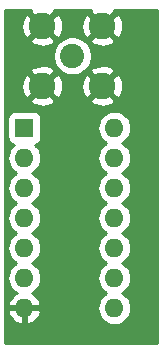
<source format=gbr>
G04 #@! TF.GenerationSoftware,KiCad,Pcbnew,(5.1.4)-1*
G04 #@! TF.CreationDate,2019-08-27T16:30:30-04:00*
G04 #@! TF.ProjectId,clock_buffer,636c6f63-6b5f-4627-9566-6665722e6b69,rev?*
G04 #@! TF.SameCoordinates,Original*
G04 #@! TF.FileFunction,Copper,L2,Bot*
G04 #@! TF.FilePolarity,Positive*
%FSLAX46Y46*%
G04 Gerber Fmt 4.6, Leading zero omitted, Abs format (unit mm)*
G04 Created by KiCad (PCBNEW (5.1.4)-1) date 2019-08-27 16:30:30*
%MOMM*%
%LPD*%
G04 APERTURE LIST*
%ADD10O,1.600000X1.600000*%
%ADD11R,1.600000X1.600000*%
%ADD12C,2.250000*%
%ADD13C,2.050000*%
%ADD14C,0.800000*%
%ADD15C,1.500000*%
%ADD16C,0.254000*%
G04 APERTURE END LIST*
D10*
X153924000Y-95885000D03*
X146304000Y-111125000D03*
X153924000Y-98425000D03*
X146304000Y-108585000D03*
X153924000Y-100965000D03*
X146304000Y-106045000D03*
X153924000Y-103505000D03*
X146304000Y-103505000D03*
X153924000Y-106045000D03*
X146304000Y-100965000D03*
X153924000Y-108585000D03*
X146304000Y-98425000D03*
X153924000Y-111125000D03*
D11*
X146304000Y-95885000D03*
D12*
X147828000Y-92329000D03*
X147828000Y-87249000D03*
X152908000Y-87249000D03*
X152908000Y-92329000D03*
D13*
X150368000Y-89789000D03*
D14*
X156972000Y-113538000D03*
X147800000Y-104800000D03*
X150114000Y-112014000D03*
X155702000Y-109982000D03*
D15*
X153899000Y-111100000D02*
X153924000Y-111125000D01*
D16*
G36*
X146783074Y-86024469D02*
G01*
X147828000Y-87069395D01*
X148872926Y-86024469D01*
X148821151Y-85895000D01*
X151914849Y-85895000D01*
X151863074Y-86024469D01*
X152908000Y-87069395D01*
X153952926Y-86024469D01*
X153901151Y-85895000D01*
X157505000Y-85895000D01*
X157505001Y-104365856D01*
X157505000Y-104365866D01*
X157505001Y-114105000D01*
X144695000Y-114105000D01*
X144695000Y-111474039D01*
X144912096Y-111474039D01*
X144952754Y-111608087D01*
X145072963Y-111862420D01*
X145240481Y-112088414D01*
X145448869Y-112277385D01*
X145690119Y-112422070D01*
X145954960Y-112516909D01*
X146177000Y-112395624D01*
X146177000Y-111252000D01*
X146431000Y-111252000D01*
X146431000Y-112395624D01*
X146653040Y-112516909D01*
X146917881Y-112422070D01*
X147159131Y-112277385D01*
X147367519Y-112088414D01*
X147535037Y-111862420D01*
X147655246Y-111608087D01*
X147695904Y-111474039D01*
X147573915Y-111252000D01*
X146431000Y-111252000D01*
X146177000Y-111252000D01*
X145034085Y-111252000D01*
X144912096Y-111474039D01*
X144695000Y-111474039D01*
X144695000Y-98425000D01*
X144862057Y-98425000D01*
X144889764Y-98706309D01*
X144971818Y-98976808D01*
X145105068Y-99226101D01*
X145284392Y-99444608D01*
X145502899Y-99623932D01*
X145635858Y-99695000D01*
X145502899Y-99766068D01*
X145284392Y-99945392D01*
X145105068Y-100163899D01*
X144971818Y-100413192D01*
X144889764Y-100683691D01*
X144862057Y-100965000D01*
X144889764Y-101246309D01*
X144971818Y-101516808D01*
X145105068Y-101766101D01*
X145284392Y-101984608D01*
X145502899Y-102163932D01*
X145635858Y-102235000D01*
X145502899Y-102306068D01*
X145284392Y-102485392D01*
X145105068Y-102703899D01*
X144971818Y-102953192D01*
X144889764Y-103223691D01*
X144862057Y-103505000D01*
X144889764Y-103786309D01*
X144971818Y-104056808D01*
X145105068Y-104306101D01*
X145284392Y-104524608D01*
X145502899Y-104703932D01*
X145635858Y-104775000D01*
X145502899Y-104846068D01*
X145284392Y-105025392D01*
X145105068Y-105243899D01*
X144971818Y-105493192D01*
X144889764Y-105763691D01*
X144862057Y-106045000D01*
X144889764Y-106326309D01*
X144971818Y-106596808D01*
X145105068Y-106846101D01*
X145284392Y-107064608D01*
X145502899Y-107243932D01*
X145635858Y-107315000D01*
X145502899Y-107386068D01*
X145284392Y-107565392D01*
X145105068Y-107783899D01*
X144971818Y-108033192D01*
X144889764Y-108303691D01*
X144862057Y-108585000D01*
X144889764Y-108866309D01*
X144971818Y-109136808D01*
X145105068Y-109386101D01*
X145284392Y-109604608D01*
X145502899Y-109783932D01*
X145640682Y-109857579D01*
X145448869Y-109972615D01*
X145240481Y-110161586D01*
X145072963Y-110387580D01*
X144952754Y-110641913D01*
X144912096Y-110775961D01*
X145034085Y-110998000D01*
X146177000Y-110998000D01*
X146177000Y-110978000D01*
X146431000Y-110978000D01*
X146431000Y-110998000D01*
X147573915Y-110998000D01*
X147695904Y-110775961D01*
X147655246Y-110641913D01*
X147535037Y-110387580D01*
X147367519Y-110161586D01*
X147159131Y-109972615D01*
X146967318Y-109857579D01*
X147105101Y-109783932D01*
X147323608Y-109604608D01*
X147502932Y-109386101D01*
X147636182Y-109136808D01*
X147718236Y-108866309D01*
X147745943Y-108585000D01*
X147718236Y-108303691D01*
X147636182Y-108033192D01*
X147502932Y-107783899D01*
X147323608Y-107565392D01*
X147105101Y-107386068D01*
X146972142Y-107315000D01*
X147105101Y-107243932D01*
X147323608Y-107064608D01*
X147502932Y-106846101D01*
X147636182Y-106596808D01*
X147718236Y-106326309D01*
X147745943Y-106045000D01*
X147718236Y-105763691D01*
X147636182Y-105493192D01*
X147502932Y-105243899D01*
X147323608Y-105025392D01*
X147105101Y-104846068D01*
X146972142Y-104775000D01*
X147105101Y-104703932D01*
X147323608Y-104524608D01*
X147502932Y-104306101D01*
X147636182Y-104056808D01*
X147718236Y-103786309D01*
X147745943Y-103505000D01*
X147718236Y-103223691D01*
X147636182Y-102953192D01*
X147502932Y-102703899D01*
X147323608Y-102485392D01*
X147105101Y-102306068D01*
X146972142Y-102235000D01*
X147105101Y-102163932D01*
X147323608Y-101984608D01*
X147502932Y-101766101D01*
X147636182Y-101516808D01*
X147718236Y-101246309D01*
X147745943Y-100965000D01*
X147718236Y-100683691D01*
X147636182Y-100413192D01*
X147502932Y-100163899D01*
X147323608Y-99945392D01*
X147105101Y-99766068D01*
X146972142Y-99695000D01*
X147105101Y-99623932D01*
X147323608Y-99444608D01*
X147502932Y-99226101D01*
X147636182Y-98976808D01*
X147718236Y-98706309D01*
X147745943Y-98425000D01*
X147718236Y-98143691D01*
X147636182Y-97873192D01*
X147502932Y-97623899D01*
X147323608Y-97405392D01*
X147210518Y-97312581D01*
X147228482Y-97310812D01*
X147348180Y-97274502D01*
X147458494Y-97215537D01*
X147555185Y-97136185D01*
X147634537Y-97039494D01*
X147693502Y-96929180D01*
X147729812Y-96809482D01*
X147742072Y-96685000D01*
X147742072Y-95885000D01*
X152482057Y-95885000D01*
X152509764Y-96166309D01*
X152591818Y-96436808D01*
X152725068Y-96686101D01*
X152904392Y-96904608D01*
X153122899Y-97083932D01*
X153255858Y-97155000D01*
X153122899Y-97226068D01*
X152904392Y-97405392D01*
X152725068Y-97623899D01*
X152591818Y-97873192D01*
X152509764Y-98143691D01*
X152482057Y-98425000D01*
X152509764Y-98706309D01*
X152591818Y-98976808D01*
X152725068Y-99226101D01*
X152904392Y-99444608D01*
X153122899Y-99623932D01*
X153255858Y-99695000D01*
X153122899Y-99766068D01*
X152904392Y-99945392D01*
X152725068Y-100163899D01*
X152591818Y-100413192D01*
X152509764Y-100683691D01*
X152482057Y-100965000D01*
X152509764Y-101246309D01*
X152591818Y-101516808D01*
X152725068Y-101766101D01*
X152904392Y-101984608D01*
X153122899Y-102163932D01*
X153255858Y-102235000D01*
X153122899Y-102306068D01*
X152904392Y-102485392D01*
X152725068Y-102703899D01*
X152591818Y-102953192D01*
X152509764Y-103223691D01*
X152482057Y-103505000D01*
X152509764Y-103786309D01*
X152591818Y-104056808D01*
X152725068Y-104306101D01*
X152904392Y-104524608D01*
X153122899Y-104703932D01*
X153255858Y-104775000D01*
X153122899Y-104846068D01*
X152904392Y-105025392D01*
X152725068Y-105243899D01*
X152591818Y-105493192D01*
X152509764Y-105763691D01*
X152482057Y-106045000D01*
X152509764Y-106326309D01*
X152591818Y-106596808D01*
X152725068Y-106846101D01*
X152904392Y-107064608D01*
X153122899Y-107243932D01*
X153255858Y-107315000D01*
X153122899Y-107386068D01*
X152904392Y-107565392D01*
X152725068Y-107783899D01*
X152591818Y-108033192D01*
X152509764Y-108303691D01*
X152482057Y-108585000D01*
X152509764Y-108866309D01*
X152591818Y-109136808D01*
X152725068Y-109386101D01*
X152904392Y-109604608D01*
X153122899Y-109783932D01*
X153255858Y-109855000D01*
X153122899Y-109926068D01*
X152904392Y-110105392D01*
X152725068Y-110323899D01*
X152591818Y-110573192D01*
X152509764Y-110843691D01*
X152482057Y-111125000D01*
X152509764Y-111406309D01*
X152591818Y-111676808D01*
X152725068Y-111926101D01*
X152904392Y-112144608D01*
X153122899Y-112323932D01*
X153372192Y-112457182D01*
X153642691Y-112539236D01*
X153853508Y-112560000D01*
X153994492Y-112560000D01*
X154205309Y-112539236D01*
X154475808Y-112457182D01*
X154725101Y-112323932D01*
X154943608Y-112144608D01*
X155122932Y-111926101D01*
X155256182Y-111676808D01*
X155338236Y-111406309D01*
X155365943Y-111125000D01*
X155338236Y-110843691D01*
X155256182Y-110573192D01*
X155122932Y-110323899D01*
X154943608Y-110105392D01*
X154725101Y-109926068D01*
X154592142Y-109855000D01*
X154725101Y-109783932D01*
X154943608Y-109604608D01*
X155122932Y-109386101D01*
X155256182Y-109136808D01*
X155338236Y-108866309D01*
X155365943Y-108585000D01*
X155338236Y-108303691D01*
X155256182Y-108033192D01*
X155122932Y-107783899D01*
X154943608Y-107565392D01*
X154725101Y-107386068D01*
X154592142Y-107315000D01*
X154725101Y-107243932D01*
X154943608Y-107064608D01*
X155122932Y-106846101D01*
X155256182Y-106596808D01*
X155338236Y-106326309D01*
X155365943Y-106045000D01*
X155338236Y-105763691D01*
X155256182Y-105493192D01*
X155122932Y-105243899D01*
X154943608Y-105025392D01*
X154725101Y-104846068D01*
X154592142Y-104775000D01*
X154725101Y-104703932D01*
X154943608Y-104524608D01*
X155122932Y-104306101D01*
X155256182Y-104056808D01*
X155338236Y-103786309D01*
X155365943Y-103505000D01*
X155338236Y-103223691D01*
X155256182Y-102953192D01*
X155122932Y-102703899D01*
X154943608Y-102485392D01*
X154725101Y-102306068D01*
X154592142Y-102235000D01*
X154725101Y-102163932D01*
X154943608Y-101984608D01*
X155122932Y-101766101D01*
X155256182Y-101516808D01*
X155338236Y-101246309D01*
X155365943Y-100965000D01*
X155338236Y-100683691D01*
X155256182Y-100413192D01*
X155122932Y-100163899D01*
X154943608Y-99945392D01*
X154725101Y-99766068D01*
X154592142Y-99695000D01*
X154725101Y-99623932D01*
X154943608Y-99444608D01*
X155122932Y-99226101D01*
X155256182Y-98976808D01*
X155338236Y-98706309D01*
X155365943Y-98425000D01*
X155338236Y-98143691D01*
X155256182Y-97873192D01*
X155122932Y-97623899D01*
X154943608Y-97405392D01*
X154725101Y-97226068D01*
X154592142Y-97155000D01*
X154725101Y-97083932D01*
X154943608Y-96904608D01*
X155122932Y-96686101D01*
X155256182Y-96436808D01*
X155338236Y-96166309D01*
X155365943Y-95885000D01*
X155338236Y-95603691D01*
X155256182Y-95333192D01*
X155122932Y-95083899D01*
X154943608Y-94865392D01*
X154725101Y-94686068D01*
X154475808Y-94552818D01*
X154205309Y-94470764D01*
X153994492Y-94450000D01*
X153853508Y-94450000D01*
X153642691Y-94470764D01*
X153372192Y-94552818D01*
X153122899Y-94686068D01*
X152904392Y-94865392D01*
X152725068Y-95083899D01*
X152591818Y-95333192D01*
X152509764Y-95603691D01*
X152482057Y-95885000D01*
X147742072Y-95885000D01*
X147742072Y-95085000D01*
X147729812Y-94960518D01*
X147693502Y-94840820D01*
X147634537Y-94730506D01*
X147555185Y-94633815D01*
X147458494Y-94554463D01*
X147348180Y-94495498D01*
X147228482Y-94459188D01*
X147104000Y-94446928D01*
X145504000Y-94446928D01*
X145379518Y-94459188D01*
X145259820Y-94495498D01*
X145149506Y-94554463D01*
X145052815Y-94633815D01*
X144973463Y-94730506D01*
X144914498Y-94840820D01*
X144878188Y-94960518D01*
X144865928Y-95085000D01*
X144865928Y-96685000D01*
X144878188Y-96809482D01*
X144914498Y-96929180D01*
X144973463Y-97039494D01*
X145052815Y-97136185D01*
X145149506Y-97215537D01*
X145259820Y-97274502D01*
X145379518Y-97310812D01*
X145397482Y-97312581D01*
X145284392Y-97405392D01*
X145105068Y-97623899D01*
X144971818Y-97873192D01*
X144889764Y-98143691D01*
X144862057Y-98425000D01*
X144695000Y-98425000D01*
X144695000Y-93553531D01*
X146783074Y-93553531D01*
X146893921Y-93830714D01*
X147204840Y-93984089D01*
X147539705Y-94073860D01*
X147885650Y-94096576D01*
X148229380Y-94051366D01*
X148557685Y-93939966D01*
X148762079Y-93830714D01*
X148872926Y-93553531D01*
X151863074Y-93553531D01*
X151973921Y-93830714D01*
X152284840Y-93984089D01*
X152619705Y-94073860D01*
X152965650Y-94096576D01*
X153309380Y-94051366D01*
X153637685Y-93939966D01*
X153842079Y-93830714D01*
X153952926Y-93553531D01*
X152908000Y-92508605D01*
X151863074Y-93553531D01*
X148872926Y-93553531D01*
X147828000Y-92508605D01*
X146783074Y-93553531D01*
X144695000Y-93553531D01*
X144695000Y-92386650D01*
X146060424Y-92386650D01*
X146105634Y-92730380D01*
X146217034Y-93058685D01*
X146326286Y-93263079D01*
X146603469Y-93373926D01*
X147648395Y-92329000D01*
X148007605Y-92329000D01*
X149052531Y-93373926D01*
X149329714Y-93263079D01*
X149483089Y-92952160D01*
X149572860Y-92617295D01*
X149588004Y-92386650D01*
X151140424Y-92386650D01*
X151185634Y-92730380D01*
X151297034Y-93058685D01*
X151406286Y-93263079D01*
X151683469Y-93373926D01*
X152728395Y-92329000D01*
X153087605Y-92329000D01*
X154132531Y-93373926D01*
X154409714Y-93263079D01*
X154563089Y-92952160D01*
X154652860Y-92617295D01*
X154675576Y-92271350D01*
X154630366Y-91927620D01*
X154518966Y-91599315D01*
X154409714Y-91394921D01*
X154132531Y-91284074D01*
X153087605Y-92329000D01*
X152728395Y-92329000D01*
X151683469Y-91284074D01*
X151406286Y-91394921D01*
X151252911Y-91705840D01*
X151163140Y-92040705D01*
X151140424Y-92386650D01*
X149588004Y-92386650D01*
X149595576Y-92271350D01*
X149550366Y-91927620D01*
X149438966Y-91599315D01*
X149329714Y-91394921D01*
X149052531Y-91284074D01*
X148007605Y-92329000D01*
X147648395Y-92329000D01*
X146603469Y-91284074D01*
X146326286Y-91394921D01*
X146172911Y-91705840D01*
X146083140Y-92040705D01*
X146060424Y-92386650D01*
X144695000Y-92386650D01*
X144695000Y-91104469D01*
X146783074Y-91104469D01*
X147828000Y-92149395D01*
X148872926Y-91104469D01*
X148762079Y-90827286D01*
X148451160Y-90673911D01*
X148116295Y-90584140D01*
X147770350Y-90561424D01*
X147426620Y-90606634D01*
X147098315Y-90718034D01*
X146893921Y-90827286D01*
X146783074Y-91104469D01*
X144695000Y-91104469D01*
X144695000Y-89625504D01*
X148708000Y-89625504D01*
X148708000Y-89952496D01*
X148771793Y-90273204D01*
X148896927Y-90575305D01*
X149078594Y-90847188D01*
X149309812Y-91078406D01*
X149581695Y-91260073D01*
X149883796Y-91385207D01*
X150204504Y-91449000D01*
X150531496Y-91449000D01*
X150852204Y-91385207D01*
X151154305Y-91260073D01*
X151387182Y-91104469D01*
X151863074Y-91104469D01*
X152908000Y-92149395D01*
X153952926Y-91104469D01*
X153842079Y-90827286D01*
X153531160Y-90673911D01*
X153196295Y-90584140D01*
X152850350Y-90561424D01*
X152506620Y-90606634D01*
X152178315Y-90718034D01*
X151973921Y-90827286D01*
X151863074Y-91104469D01*
X151387182Y-91104469D01*
X151426188Y-91078406D01*
X151657406Y-90847188D01*
X151839073Y-90575305D01*
X151964207Y-90273204D01*
X152028000Y-89952496D01*
X152028000Y-89625504D01*
X151964207Y-89304796D01*
X151839073Y-89002695D01*
X151657406Y-88730812D01*
X151426188Y-88499594D01*
X151387183Y-88473531D01*
X151863074Y-88473531D01*
X151973921Y-88750714D01*
X152284840Y-88904089D01*
X152619705Y-88993860D01*
X152965650Y-89016576D01*
X153309380Y-88971366D01*
X153637685Y-88859966D01*
X153842079Y-88750714D01*
X153952926Y-88473531D01*
X152908000Y-87428605D01*
X151863074Y-88473531D01*
X151387183Y-88473531D01*
X151154305Y-88317927D01*
X150852204Y-88192793D01*
X150531496Y-88129000D01*
X150204504Y-88129000D01*
X149883796Y-88192793D01*
X149581695Y-88317927D01*
X149309812Y-88499594D01*
X149078594Y-88730812D01*
X148896927Y-89002695D01*
X148771793Y-89304796D01*
X148708000Y-89625504D01*
X144695000Y-89625504D01*
X144695000Y-88473531D01*
X146783074Y-88473531D01*
X146893921Y-88750714D01*
X147204840Y-88904089D01*
X147539705Y-88993860D01*
X147885650Y-89016576D01*
X148229380Y-88971366D01*
X148557685Y-88859966D01*
X148762079Y-88750714D01*
X148872926Y-88473531D01*
X147828000Y-87428605D01*
X146783074Y-88473531D01*
X144695000Y-88473531D01*
X144695000Y-87306650D01*
X146060424Y-87306650D01*
X146105634Y-87650380D01*
X146217034Y-87978685D01*
X146326286Y-88183079D01*
X146603469Y-88293926D01*
X147648395Y-87249000D01*
X148007605Y-87249000D01*
X149052531Y-88293926D01*
X149329714Y-88183079D01*
X149483089Y-87872160D01*
X149572860Y-87537295D01*
X149588004Y-87306650D01*
X151140424Y-87306650D01*
X151185634Y-87650380D01*
X151297034Y-87978685D01*
X151406286Y-88183079D01*
X151683469Y-88293926D01*
X152728395Y-87249000D01*
X153087605Y-87249000D01*
X154132531Y-88293926D01*
X154409714Y-88183079D01*
X154563089Y-87872160D01*
X154652860Y-87537295D01*
X154675576Y-87191350D01*
X154630366Y-86847620D01*
X154518966Y-86519315D01*
X154409714Y-86314921D01*
X154132531Y-86204074D01*
X153087605Y-87249000D01*
X152728395Y-87249000D01*
X151683469Y-86204074D01*
X151406286Y-86314921D01*
X151252911Y-86625840D01*
X151163140Y-86960705D01*
X151140424Y-87306650D01*
X149588004Y-87306650D01*
X149595576Y-87191350D01*
X149550366Y-86847620D01*
X149438966Y-86519315D01*
X149329714Y-86314921D01*
X149052531Y-86204074D01*
X148007605Y-87249000D01*
X147648395Y-87249000D01*
X146603469Y-86204074D01*
X146326286Y-86314921D01*
X146172911Y-86625840D01*
X146083140Y-86960705D01*
X146060424Y-87306650D01*
X144695000Y-87306650D01*
X144695000Y-85895000D01*
X146834849Y-85895000D01*
X146783074Y-86024469D01*
X146783074Y-86024469D01*
G37*
X146783074Y-86024469D02*
X147828000Y-87069395D01*
X148872926Y-86024469D01*
X148821151Y-85895000D01*
X151914849Y-85895000D01*
X151863074Y-86024469D01*
X152908000Y-87069395D01*
X153952926Y-86024469D01*
X153901151Y-85895000D01*
X157505000Y-85895000D01*
X157505001Y-104365856D01*
X157505000Y-104365866D01*
X157505001Y-114105000D01*
X144695000Y-114105000D01*
X144695000Y-111474039D01*
X144912096Y-111474039D01*
X144952754Y-111608087D01*
X145072963Y-111862420D01*
X145240481Y-112088414D01*
X145448869Y-112277385D01*
X145690119Y-112422070D01*
X145954960Y-112516909D01*
X146177000Y-112395624D01*
X146177000Y-111252000D01*
X146431000Y-111252000D01*
X146431000Y-112395624D01*
X146653040Y-112516909D01*
X146917881Y-112422070D01*
X147159131Y-112277385D01*
X147367519Y-112088414D01*
X147535037Y-111862420D01*
X147655246Y-111608087D01*
X147695904Y-111474039D01*
X147573915Y-111252000D01*
X146431000Y-111252000D01*
X146177000Y-111252000D01*
X145034085Y-111252000D01*
X144912096Y-111474039D01*
X144695000Y-111474039D01*
X144695000Y-98425000D01*
X144862057Y-98425000D01*
X144889764Y-98706309D01*
X144971818Y-98976808D01*
X145105068Y-99226101D01*
X145284392Y-99444608D01*
X145502899Y-99623932D01*
X145635858Y-99695000D01*
X145502899Y-99766068D01*
X145284392Y-99945392D01*
X145105068Y-100163899D01*
X144971818Y-100413192D01*
X144889764Y-100683691D01*
X144862057Y-100965000D01*
X144889764Y-101246309D01*
X144971818Y-101516808D01*
X145105068Y-101766101D01*
X145284392Y-101984608D01*
X145502899Y-102163932D01*
X145635858Y-102235000D01*
X145502899Y-102306068D01*
X145284392Y-102485392D01*
X145105068Y-102703899D01*
X144971818Y-102953192D01*
X144889764Y-103223691D01*
X144862057Y-103505000D01*
X144889764Y-103786309D01*
X144971818Y-104056808D01*
X145105068Y-104306101D01*
X145284392Y-104524608D01*
X145502899Y-104703932D01*
X145635858Y-104775000D01*
X145502899Y-104846068D01*
X145284392Y-105025392D01*
X145105068Y-105243899D01*
X144971818Y-105493192D01*
X144889764Y-105763691D01*
X144862057Y-106045000D01*
X144889764Y-106326309D01*
X144971818Y-106596808D01*
X145105068Y-106846101D01*
X145284392Y-107064608D01*
X145502899Y-107243932D01*
X145635858Y-107315000D01*
X145502899Y-107386068D01*
X145284392Y-107565392D01*
X145105068Y-107783899D01*
X144971818Y-108033192D01*
X144889764Y-108303691D01*
X144862057Y-108585000D01*
X144889764Y-108866309D01*
X144971818Y-109136808D01*
X145105068Y-109386101D01*
X145284392Y-109604608D01*
X145502899Y-109783932D01*
X145640682Y-109857579D01*
X145448869Y-109972615D01*
X145240481Y-110161586D01*
X145072963Y-110387580D01*
X144952754Y-110641913D01*
X144912096Y-110775961D01*
X145034085Y-110998000D01*
X146177000Y-110998000D01*
X146177000Y-110978000D01*
X146431000Y-110978000D01*
X146431000Y-110998000D01*
X147573915Y-110998000D01*
X147695904Y-110775961D01*
X147655246Y-110641913D01*
X147535037Y-110387580D01*
X147367519Y-110161586D01*
X147159131Y-109972615D01*
X146967318Y-109857579D01*
X147105101Y-109783932D01*
X147323608Y-109604608D01*
X147502932Y-109386101D01*
X147636182Y-109136808D01*
X147718236Y-108866309D01*
X147745943Y-108585000D01*
X147718236Y-108303691D01*
X147636182Y-108033192D01*
X147502932Y-107783899D01*
X147323608Y-107565392D01*
X147105101Y-107386068D01*
X146972142Y-107315000D01*
X147105101Y-107243932D01*
X147323608Y-107064608D01*
X147502932Y-106846101D01*
X147636182Y-106596808D01*
X147718236Y-106326309D01*
X147745943Y-106045000D01*
X147718236Y-105763691D01*
X147636182Y-105493192D01*
X147502932Y-105243899D01*
X147323608Y-105025392D01*
X147105101Y-104846068D01*
X146972142Y-104775000D01*
X147105101Y-104703932D01*
X147323608Y-104524608D01*
X147502932Y-104306101D01*
X147636182Y-104056808D01*
X147718236Y-103786309D01*
X147745943Y-103505000D01*
X147718236Y-103223691D01*
X147636182Y-102953192D01*
X147502932Y-102703899D01*
X147323608Y-102485392D01*
X147105101Y-102306068D01*
X146972142Y-102235000D01*
X147105101Y-102163932D01*
X147323608Y-101984608D01*
X147502932Y-101766101D01*
X147636182Y-101516808D01*
X147718236Y-101246309D01*
X147745943Y-100965000D01*
X147718236Y-100683691D01*
X147636182Y-100413192D01*
X147502932Y-100163899D01*
X147323608Y-99945392D01*
X147105101Y-99766068D01*
X146972142Y-99695000D01*
X147105101Y-99623932D01*
X147323608Y-99444608D01*
X147502932Y-99226101D01*
X147636182Y-98976808D01*
X147718236Y-98706309D01*
X147745943Y-98425000D01*
X147718236Y-98143691D01*
X147636182Y-97873192D01*
X147502932Y-97623899D01*
X147323608Y-97405392D01*
X147210518Y-97312581D01*
X147228482Y-97310812D01*
X147348180Y-97274502D01*
X147458494Y-97215537D01*
X147555185Y-97136185D01*
X147634537Y-97039494D01*
X147693502Y-96929180D01*
X147729812Y-96809482D01*
X147742072Y-96685000D01*
X147742072Y-95885000D01*
X152482057Y-95885000D01*
X152509764Y-96166309D01*
X152591818Y-96436808D01*
X152725068Y-96686101D01*
X152904392Y-96904608D01*
X153122899Y-97083932D01*
X153255858Y-97155000D01*
X153122899Y-97226068D01*
X152904392Y-97405392D01*
X152725068Y-97623899D01*
X152591818Y-97873192D01*
X152509764Y-98143691D01*
X152482057Y-98425000D01*
X152509764Y-98706309D01*
X152591818Y-98976808D01*
X152725068Y-99226101D01*
X152904392Y-99444608D01*
X153122899Y-99623932D01*
X153255858Y-99695000D01*
X153122899Y-99766068D01*
X152904392Y-99945392D01*
X152725068Y-100163899D01*
X152591818Y-100413192D01*
X152509764Y-100683691D01*
X152482057Y-100965000D01*
X152509764Y-101246309D01*
X152591818Y-101516808D01*
X152725068Y-101766101D01*
X152904392Y-101984608D01*
X153122899Y-102163932D01*
X153255858Y-102235000D01*
X153122899Y-102306068D01*
X152904392Y-102485392D01*
X152725068Y-102703899D01*
X152591818Y-102953192D01*
X152509764Y-103223691D01*
X152482057Y-103505000D01*
X152509764Y-103786309D01*
X152591818Y-104056808D01*
X152725068Y-104306101D01*
X152904392Y-104524608D01*
X153122899Y-104703932D01*
X153255858Y-104775000D01*
X153122899Y-104846068D01*
X152904392Y-105025392D01*
X152725068Y-105243899D01*
X152591818Y-105493192D01*
X152509764Y-105763691D01*
X152482057Y-106045000D01*
X152509764Y-106326309D01*
X152591818Y-106596808D01*
X152725068Y-106846101D01*
X152904392Y-107064608D01*
X153122899Y-107243932D01*
X153255858Y-107315000D01*
X153122899Y-107386068D01*
X152904392Y-107565392D01*
X152725068Y-107783899D01*
X152591818Y-108033192D01*
X152509764Y-108303691D01*
X152482057Y-108585000D01*
X152509764Y-108866309D01*
X152591818Y-109136808D01*
X152725068Y-109386101D01*
X152904392Y-109604608D01*
X153122899Y-109783932D01*
X153255858Y-109855000D01*
X153122899Y-109926068D01*
X152904392Y-110105392D01*
X152725068Y-110323899D01*
X152591818Y-110573192D01*
X152509764Y-110843691D01*
X152482057Y-111125000D01*
X152509764Y-111406309D01*
X152591818Y-111676808D01*
X152725068Y-111926101D01*
X152904392Y-112144608D01*
X153122899Y-112323932D01*
X153372192Y-112457182D01*
X153642691Y-112539236D01*
X153853508Y-112560000D01*
X153994492Y-112560000D01*
X154205309Y-112539236D01*
X154475808Y-112457182D01*
X154725101Y-112323932D01*
X154943608Y-112144608D01*
X155122932Y-111926101D01*
X155256182Y-111676808D01*
X155338236Y-111406309D01*
X155365943Y-111125000D01*
X155338236Y-110843691D01*
X155256182Y-110573192D01*
X155122932Y-110323899D01*
X154943608Y-110105392D01*
X154725101Y-109926068D01*
X154592142Y-109855000D01*
X154725101Y-109783932D01*
X154943608Y-109604608D01*
X155122932Y-109386101D01*
X155256182Y-109136808D01*
X155338236Y-108866309D01*
X155365943Y-108585000D01*
X155338236Y-108303691D01*
X155256182Y-108033192D01*
X155122932Y-107783899D01*
X154943608Y-107565392D01*
X154725101Y-107386068D01*
X154592142Y-107315000D01*
X154725101Y-107243932D01*
X154943608Y-107064608D01*
X155122932Y-106846101D01*
X155256182Y-106596808D01*
X155338236Y-106326309D01*
X155365943Y-106045000D01*
X155338236Y-105763691D01*
X155256182Y-105493192D01*
X155122932Y-105243899D01*
X154943608Y-105025392D01*
X154725101Y-104846068D01*
X154592142Y-104775000D01*
X154725101Y-104703932D01*
X154943608Y-104524608D01*
X155122932Y-104306101D01*
X155256182Y-104056808D01*
X155338236Y-103786309D01*
X155365943Y-103505000D01*
X155338236Y-103223691D01*
X155256182Y-102953192D01*
X155122932Y-102703899D01*
X154943608Y-102485392D01*
X154725101Y-102306068D01*
X154592142Y-102235000D01*
X154725101Y-102163932D01*
X154943608Y-101984608D01*
X155122932Y-101766101D01*
X155256182Y-101516808D01*
X155338236Y-101246309D01*
X155365943Y-100965000D01*
X155338236Y-100683691D01*
X155256182Y-100413192D01*
X155122932Y-100163899D01*
X154943608Y-99945392D01*
X154725101Y-99766068D01*
X154592142Y-99695000D01*
X154725101Y-99623932D01*
X154943608Y-99444608D01*
X155122932Y-99226101D01*
X155256182Y-98976808D01*
X155338236Y-98706309D01*
X155365943Y-98425000D01*
X155338236Y-98143691D01*
X155256182Y-97873192D01*
X155122932Y-97623899D01*
X154943608Y-97405392D01*
X154725101Y-97226068D01*
X154592142Y-97155000D01*
X154725101Y-97083932D01*
X154943608Y-96904608D01*
X155122932Y-96686101D01*
X155256182Y-96436808D01*
X155338236Y-96166309D01*
X155365943Y-95885000D01*
X155338236Y-95603691D01*
X155256182Y-95333192D01*
X155122932Y-95083899D01*
X154943608Y-94865392D01*
X154725101Y-94686068D01*
X154475808Y-94552818D01*
X154205309Y-94470764D01*
X153994492Y-94450000D01*
X153853508Y-94450000D01*
X153642691Y-94470764D01*
X153372192Y-94552818D01*
X153122899Y-94686068D01*
X152904392Y-94865392D01*
X152725068Y-95083899D01*
X152591818Y-95333192D01*
X152509764Y-95603691D01*
X152482057Y-95885000D01*
X147742072Y-95885000D01*
X147742072Y-95085000D01*
X147729812Y-94960518D01*
X147693502Y-94840820D01*
X147634537Y-94730506D01*
X147555185Y-94633815D01*
X147458494Y-94554463D01*
X147348180Y-94495498D01*
X147228482Y-94459188D01*
X147104000Y-94446928D01*
X145504000Y-94446928D01*
X145379518Y-94459188D01*
X145259820Y-94495498D01*
X145149506Y-94554463D01*
X145052815Y-94633815D01*
X144973463Y-94730506D01*
X144914498Y-94840820D01*
X144878188Y-94960518D01*
X144865928Y-95085000D01*
X144865928Y-96685000D01*
X144878188Y-96809482D01*
X144914498Y-96929180D01*
X144973463Y-97039494D01*
X145052815Y-97136185D01*
X145149506Y-97215537D01*
X145259820Y-97274502D01*
X145379518Y-97310812D01*
X145397482Y-97312581D01*
X145284392Y-97405392D01*
X145105068Y-97623899D01*
X144971818Y-97873192D01*
X144889764Y-98143691D01*
X144862057Y-98425000D01*
X144695000Y-98425000D01*
X144695000Y-93553531D01*
X146783074Y-93553531D01*
X146893921Y-93830714D01*
X147204840Y-93984089D01*
X147539705Y-94073860D01*
X147885650Y-94096576D01*
X148229380Y-94051366D01*
X148557685Y-93939966D01*
X148762079Y-93830714D01*
X148872926Y-93553531D01*
X151863074Y-93553531D01*
X151973921Y-93830714D01*
X152284840Y-93984089D01*
X152619705Y-94073860D01*
X152965650Y-94096576D01*
X153309380Y-94051366D01*
X153637685Y-93939966D01*
X153842079Y-93830714D01*
X153952926Y-93553531D01*
X152908000Y-92508605D01*
X151863074Y-93553531D01*
X148872926Y-93553531D01*
X147828000Y-92508605D01*
X146783074Y-93553531D01*
X144695000Y-93553531D01*
X144695000Y-92386650D01*
X146060424Y-92386650D01*
X146105634Y-92730380D01*
X146217034Y-93058685D01*
X146326286Y-93263079D01*
X146603469Y-93373926D01*
X147648395Y-92329000D01*
X148007605Y-92329000D01*
X149052531Y-93373926D01*
X149329714Y-93263079D01*
X149483089Y-92952160D01*
X149572860Y-92617295D01*
X149588004Y-92386650D01*
X151140424Y-92386650D01*
X151185634Y-92730380D01*
X151297034Y-93058685D01*
X151406286Y-93263079D01*
X151683469Y-93373926D01*
X152728395Y-92329000D01*
X153087605Y-92329000D01*
X154132531Y-93373926D01*
X154409714Y-93263079D01*
X154563089Y-92952160D01*
X154652860Y-92617295D01*
X154675576Y-92271350D01*
X154630366Y-91927620D01*
X154518966Y-91599315D01*
X154409714Y-91394921D01*
X154132531Y-91284074D01*
X153087605Y-92329000D01*
X152728395Y-92329000D01*
X151683469Y-91284074D01*
X151406286Y-91394921D01*
X151252911Y-91705840D01*
X151163140Y-92040705D01*
X151140424Y-92386650D01*
X149588004Y-92386650D01*
X149595576Y-92271350D01*
X149550366Y-91927620D01*
X149438966Y-91599315D01*
X149329714Y-91394921D01*
X149052531Y-91284074D01*
X148007605Y-92329000D01*
X147648395Y-92329000D01*
X146603469Y-91284074D01*
X146326286Y-91394921D01*
X146172911Y-91705840D01*
X146083140Y-92040705D01*
X146060424Y-92386650D01*
X144695000Y-92386650D01*
X144695000Y-91104469D01*
X146783074Y-91104469D01*
X147828000Y-92149395D01*
X148872926Y-91104469D01*
X148762079Y-90827286D01*
X148451160Y-90673911D01*
X148116295Y-90584140D01*
X147770350Y-90561424D01*
X147426620Y-90606634D01*
X147098315Y-90718034D01*
X146893921Y-90827286D01*
X146783074Y-91104469D01*
X144695000Y-91104469D01*
X144695000Y-89625504D01*
X148708000Y-89625504D01*
X148708000Y-89952496D01*
X148771793Y-90273204D01*
X148896927Y-90575305D01*
X149078594Y-90847188D01*
X149309812Y-91078406D01*
X149581695Y-91260073D01*
X149883796Y-91385207D01*
X150204504Y-91449000D01*
X150531496Y-91449000D01*
X150852204Y-91385207D01*
X151154305Y-91260073D01*
X151387182Y-91104469D01*
X151863074Y-91104469D01*
X152908000Y-92149395D01*
X153952926Y-91104469D01*
X153842079Y-90827286D01*
X153531160Y-90673911D01*
X153196295Y-90584140D01*
X152850350Y-90561424D01*
X152506620Y-90606634D01*
X152178315Y-90718034D01*
X151973921Y-90827286D01*
X151863074Y-91104469D01*
X151387182Y-91104469D01*
X151426188Y-91078406D01*
X151657406Y-90847188D01*
X151839073Y-90575305D01*
X151964207Y-90273204D01*
X152028000Y-89952496D01*
X152028000Y-89625504D01*
X151964207Y-89304796D01*
X151839073Y-89002695D01*
X151657406Y-88730812D01*
X151426188Y-88499594D01*
X151387183Y-88473531D01*
X151863074Y-88473531D01*
X151973921Y-88750714D01*
X152284840Y-88904089D01*
X152619705Y-88993860D01*
X152965650Y-89016576D01*
X153309380Y-88971366D01*
X153637685Y-88859966D01*
X153842079Y-88750714D01*
X153952926Y-88473531D01*
X152908000Y-87428605D01*
X151863074Y-88473531D01*
X151387183Y-88473531D01*
X151154305Y-88317927D01*
X150852204Y-88192793D01*
X150531496Y-88129000D01*
X150204504Y-88129000D01*
X149883796Y-88192793D01*
X149581695Y-88317927D01*
X149309812Y-88499594D01*
X149078594Y-88730812D01*
X148896927Y-89002695D01*
X148771793Y-89304796D01*
X148708000Y-89625504D01*
X144695000Y-89625504D01*
X144695000Y-88473531D01*
X146783074Y-88473531D01*
X146893921Y-88750714D01*
X147204840Y-88904089D01*
X147539705Y-88993860D01*
X147885650Y-89016576D01*
X148229380Y-88971366D01*
X148557685Y-88859966D01*
X148762079Y-88750714D01*
X148872926Y-88473531D01*
X147828000Y-87428605D01*
X146783074Y-88473531D01*
X144695000Y-88473531D01*
X144695000Y-87306650D01*
X146060424Y-87306650D01*
X146105634Y-87650380D01*
X146217034Y-87978685D01*
X146326286Y-88183079D01*
X146603469Y-88293926D01*
X147648395Y-87249000D01*
X148007605Y-87249000D01*
X149052531Y-88293926D01*
X149329714Y-88183079D01*
X149483089Y-87872160D01*
X149572860Y-87537295D01*
X149588004Y-87306650D01*
X151140424Y-87306650D01*
X151185634Y-87650380D01*
X151297034Y-87978685D01*
X151406286Y-88183079D01*
X151683469Y-88293926D01*
X152728395Y-87249000D01*
X153087605Y-87249000D01*
X154132531Y-88293926D01*
X154409714Y-88183079D01*
X154563089Y-87872160D01*
X154652860Y-87537295D01*
X154675576Y-87191350D01*
X154630366Y-86847620D01*
X154518966Y-86519315D01*
X154409714Y-86314921D01*
X154132531Y-86204074D01*
X153087605Y-87249000D01*
X152728395Y-87249000D01*
X151683469Y-86204074D01*
X151406286Y-86314921D01*
X151252911Y-86625840D01*
X151163140Y-86960705D01*
X151140424Y-87306650D01*
X149588004Y-87306650D01*
X149595576Y-87191350D01*
X149550366Y-86847620D01*
X149438966Y-86519315D01*
X149329714Y-86314921D01*
X149052531Y-86204074D01*
X148007605Y-87249000D01*
X147648395Y-87249000D01*
X146603469Y-86204074D01*
X146326286Y-86314921D01*
X146172911Y-86625840D01*
X146083140Y-86960705D01*
X146060424Y-87306650D01*
X144695000Y-87306650D01*
X144695000Y-85895000D01*
X146834849Y-85895000D01*
X146783074Y-86024469D01*
M02*

</source>
